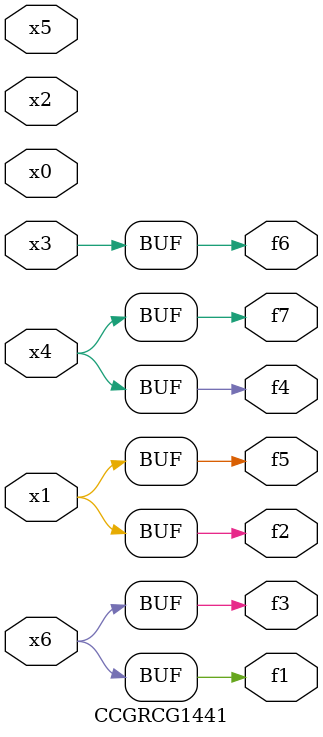
<source format=v>
module CCGRCG1441(
	input x0, x1, x2, x3, x4, x5, x6,
	output f1, f2, f3, f4, f5, f6, f7
);
	assign f1 = x6;
	assign f2 = x1;
	assign f3 = x6;
	assign f4 = x4;
	assign f5 = x1;
	assign f6 = x3;
	assign f7 = x4;
endmodule

</source>
